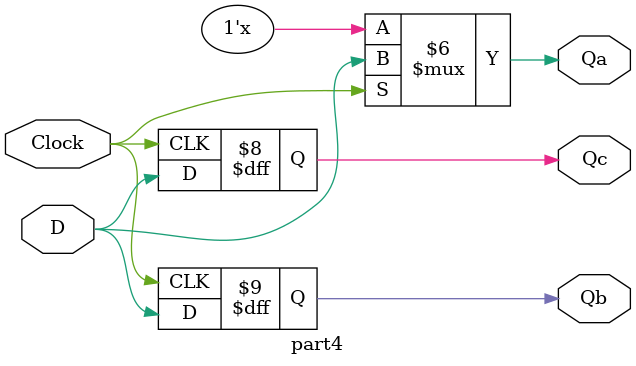
<source format=v>
module part4(
	input Clock, D,
	output reg Qa, Qb, Qc
);
	
	always@(Clock)
		if (Clock == 1) 
			Qa = D;
	
	always@(posedge Clock) Qb = D;
	
	always@(negedge Clock) Qc = D;

endmodule
</source>
